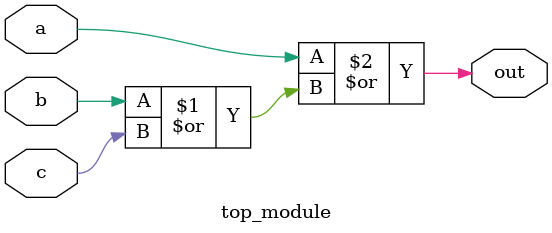
<source format=v>
module top_module(
    input a,
    input b,
    input c,
    output out  ); 
    assign out = a | (b|c);
endmodule

</source>
